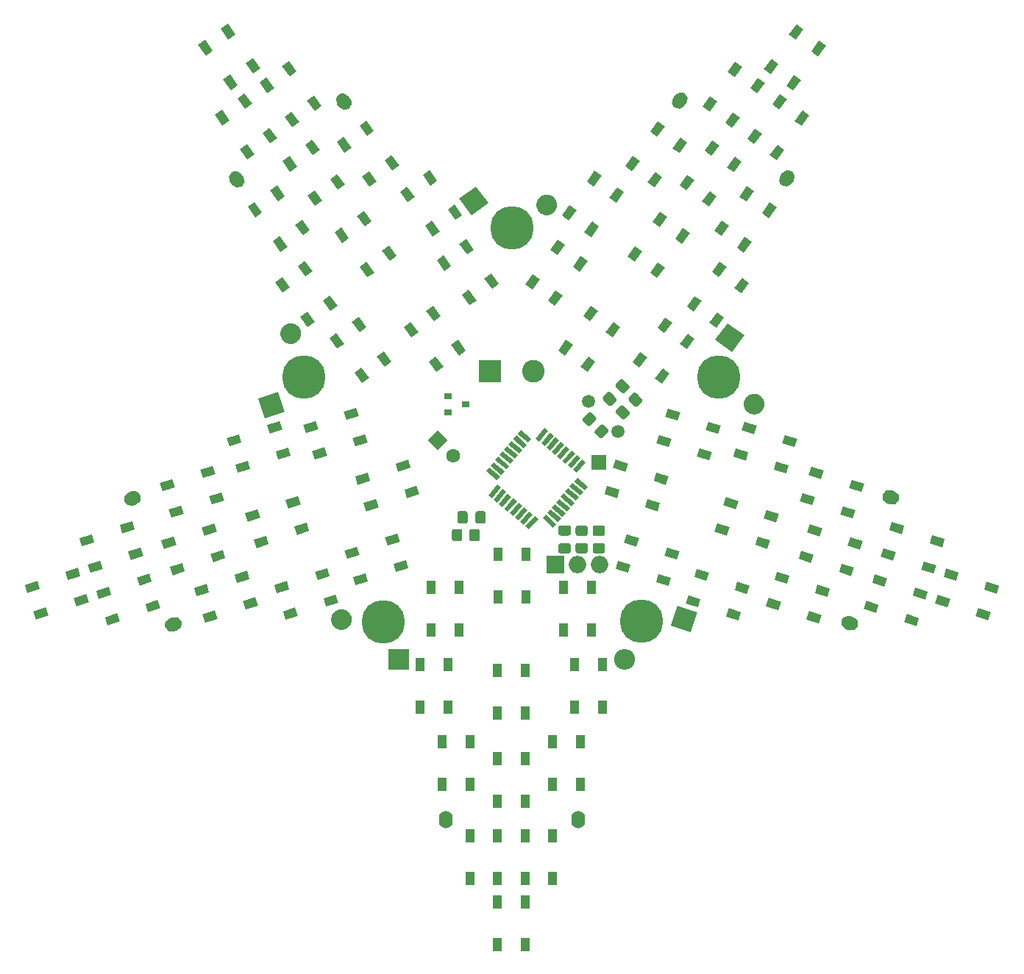
<source format=gbr>
%TF.GenerationSoftware,KiCad,Pcbnew,(5.1.8)-1*%
%TF.CreationDate,2021-10-28T00:16:18+03:00*%
%TF.ProjectId,StarDuino,53746172-4475-4696-9e6f-2e6b69636164,rev?*%
%TF.SameCoordinates,Original*%
%TF.FileFunction,Soldermask,Top*%
%TF.FilePolarity,Negative*%
%FSLAX46Y46*%
G04 Gerber Fmt 4.6, Leading zero omitted, Abs format (unit mm)*
G04 Created by KiCad (PCBNEW (5.1.8)-1) date 2021-10-28 00:16:18*
%MOMM*%
%LPD*%
G01*
G04 APERTURE LIST*
%ADD10O,2.400000X2.400000*%
%ADD11R,2.400000X2.400000*%
%ADD12C,0.100000*%
%ADD13R,1.700000X1.700000*%
%ADD14C,0.800000*%
%ADD15C,5.000000*%
%ADD16O,2.000000X2.000000*%
%ADD17R,2.000000X2.000000*%
%ADD18C,1.600000*%
%ADD19R,2.600000X2.600000*%
%ADD20C,2.600000*%
%ADD21R,0.900000X0.800000*%
%ADD22R,1.000000X1.500000*%
%ADD23C,1.500000*%
%ADD24O,1.600000X2.000000*%
G04 APERTURE END LIST*
D10*
%TO.C,C10*%
X117694000Y-115443000D03*
D11*
X91694000Y-115443000D03*
%TD*%
%TO.C,C9*%
G36*
G01*
X84752622Y-109692201D02*
X84752622Y-109692201D01*
G75*
G02*
X86264710Y-110462649I370820J-1141268D01*
G01*
X86264710Y-110462649D01*
G75*
G02*
X85494262Y-111974737I-1141268J-370820D01*
G01*
X85494262Y-111974737D01*
G75*
G02*
X83982174Y-111204289I-370820J1141268D01*
G01*
X83982174Y-111204289D01*
G75*
G02*
X84752622Y-109692201I1141268J370820D01*
G01*
G37*
D12*
G36*
X75576912Y-85335553D02*
G01*
X77859447Y-84593912D01*
X78601088Y-86876447D01*
X76318553Y-87618088D01*
X75576912Y-85335553D01*
G37*
%TD*%
%TO.C,C8*%
G36*
G01*
X109730378Y-63781925D02*
X109730378Y-63781925D01*
G75*
G02*
X108054216Y-64047403I-970820J705342D01*
G01*
X108054216Y-64047403D01*
G75*
G02*
X107788738Y-62371241I705342J970820D01*
G01*
X107788738Y-62371241D01*
G75*
G02*
X109464900Y-62105763I970820J-705342D01*
G01*
X109464900Y-62105763D01*
G75*
G02*
X109730378Y-63781925I-705342J-970820D01*
G01*
G37*
G36*
X131470163Y-78093522D02*
G01*
X130059478Y-80035163D01*
X128117837Y-78624478D01*
X129528522Y-76682837D01*
X131470163Y-78093522D01*
G37*
%TD*%
%TO.C,C7*%
G36*
G01*
X132250622Y-87157799D02*
X132250622Y-87157799D01*
G75*
G02*
X131480174Y-85645711I370820J1141268D01*
G01*
X131480174Y-85645711D01*
G75*
G02*
X132992262Y-84875263I1141268J-370820D01*
G01*
X132992262Y-84875263D01*
G75*
G02*
X133762710Y-86387351I-370820J-1141268D01*
G01*
X133762710Y-86387351D01*
G75*
G02*
X132250622Y-87157799I-1141268J370820D01*
G01*
G37*
G36*
X125357447Y-112256088D02*
G01*
X123074912Y-111514447D01*
X123816553Y-109231912D01*
X126099088Y-109973553D01*
X125357447Y-112256088D01*
G37*
%TD*%
D13*
%TO.C,J3*%
X114744500Y-92710000D03*
%TD*%
%TO.C,C6*%
G36*
G01*
X80266378Y-77188075D02*
X80266378Y-77188075D01*
G75*
G02*
X80000900Y-78864237I-970820J-705342D01*
G01*
X80000900Y-78864237D01*
G75*
G02*
X78324738Y-78598759I-705342J970820D01*
G01*
X78324738Y-78598759D01*
G75*
G02*
X78590216Y-76922597I970820J705342D01*
G01*
X78590216Y-76922597D01*
G75*
G02*
X80266378Y-77188075I705342J-970820D01*
G01*
G37*
D12*
G36*
X100595478Y-60934837D02*
G01*
X102006163Y-62876478D01*
X100064522Y-64287163D01*
X98653837Y-62345522D01*
X100595478Y-60934837D01*
G37*
%TD*%
%TO.C,R4*%
G36*
G01*
X115194501Y-101200000D02*
X114294499Y-101200000D01*
G75*
G02*
X114044500Y-100950001I0J249999D01*
G01*
X114044500Y-100249999D01*
G75*
G02*
X114294499Y-100000000I249999J0D01*
G01*
X115194501Y-100000000D01*
G75*
G02*
X115444500Y-100249999I0J-249999D01*
G01*
X115444500Y-100950001D01*
G75*
G02*
X115194501Y-101200000I-249999J0D01*
G01*
G37*
G36*
G01*
X115194501Y-103200000D02*
X114294499Y-103200000D01*
G75*
G02*
X114044500Y-102950001I0J249999D01*
G01*
X114044500Y-102249999D01*
G75*
G02*
X114294499Y-102000000I249999J0D01*
G01*
X115194501Y-102000000D01*
G75*
G02*
X115444500Y-102249999I0J-249999D01*
G01*
X115444500Y-102950001D01*
G75*
G02*
X115194501Y-103200000I-249999J0D01*
G01*
G37*
%TD*%
%TO.C,R3*%
G36*
G01*
X113226001Y-101200000D02*
X112325999Y-101200000D01*
G75*
G02*
X112076000Y-100950001I0J249999D01*
G01*
X112076000Y-100249999D01*
G75*
G02*
X112325999Y-100000000I249999J0D01*
G01*
X113226001Y-100000000D01*
G75*
G02*
X113476000Y-100249999I0J-249999D01*
G01*
X113476000Y-100950001D01*
G75*
G02*
X113226001Y-101200000I-249999J0D01*
G01*
G37*
G36*
G01*
X113226001Y-103200000D02*
X112325999Y-103200000D01*
G75*
G02*
X112076000Y-102950001I0J249999D01*
G01*
X112076000Y-102249999D01*
G75*
G02*
X112325999Y-102000000I249999J0D01*
G01*
X113226001Y-102000000D01*
G75*
G02*
X113476000Y-102249999I0J-249999D01*
G01*
X113476000Y-102950001D01*
G75*
G02*
X113226001Y-103200000I-249999J0D01*
G01*
G37*
%TD*%
D14*
%TO.C,H10*%
X82097825Y-81541675D03*
X80772000Y-80992500D03*
X79446175Y-81541675D03*
X78897000Y-82867500D03*
X79446175Y-84193325D03*
X80772000Y-84742500D03*
X82097825Y-84193325D03*
X82647000Y-82867500D03*
D15*
X80772000Y-82867500D03*
%TD*%
D14*
%TO.C,H9*%
X106075770Y-64396675D03*
X104749945Y-63847500D03*
X103424120Y-64396675D03*
X102874945Y-65722500D03*
X103424120Y-67048325D03*
X104749945Y-67597500D03*
X106075770Y-67048325D03*
X106624945Y-65722500D03*
D15*
X104749945Y-65722500D03*
%TD*%
D14*
%TO.C,H8*%
X91241825Y-109799175D03*
X89916000Y-109250000D03*
X88590175Y-109799175D03*
X88041000Y-111125000D03*
X88590175Y-112450825D03*
X89916000Y-113000000D03*
X91241825Y-112450825D03*
X91791000Y-111125000D03*
D15*
X89916000Y-111125000D03*
%TD*%
D14*
%TO.C,H7*%
X120959825Y-109672175D03*
X119634000Y-109123000D03*
X118308175Y-109672175D03*
X117759000Y-110998000D03*
X118308175Y-112323825D03*
X119634000Y-112873000D03*
X120959825Y-112323825D03*
X121509000Y-110998000D03*
D15*
X119634000Y-110998000D03*
%TD*%
D14*
%TO.C,H6*%
X129849825Y-81605175D03*
X128524000Y-81056000D03*
X127198175Y-81605175D03*
X126649000Y-82931000D03*
X127198175Y-84256825D03*
X128524000Y-84806000D03*
X129849825Y-84256825D03*
X130399000Y-82931000D03*
D15*
X128524000Y-82931000D03*
%TD*%
%TO.C,C5*%
G36*
G01*
X111282500Y-101150000D02*
X110332500Y-101150000D01*
G75*
G02*
X110082500Y-100900000I0J250000D01*
G01*
X110082500Y-100225000D01*
G75*
G02*
X110332500Y-99975000I250000J0D01*
G01*
X111282500Y-99975000D01*
G75*
G02*
X111532500Y-100225000I0J-250000D01*
G01*
X111532500Y-100900000D01*
G75*
G02*
X111282500Y-101150000I-250000J0D01*
G01*
G37*
G36*
G01*
X111282500Y-103225000D02*
X110332500Y-103225000D01*
G75*
G02*
X110082500Y-102975000I0J250000D01*
G01*
X110082500Y-102300000D01*
G75*
G02*
X110332500Y-102050000I250000J0D01*
G01*
X111282500Y-102050000D01*
G75*
G02*
X111532500Y-102300000I0J-250000D01*
G01*
X111532500Y-102975000D01*
G75*
G02*
X111282500Y-103225000I-250000J0D01*
G01*
G37*
%TD*%
D16*
%TO.C,J2*%
X114807999Y-104521000D03*
X112268000Y-104521000D03*
D17*
X109728000Y-104521000D03*
%TD*%
%TO.C,R1*%
G36*
G01*
X114390249Y-87845851D02*
X113753851Y-88482249D01*
G75*
G02*
X113400299Y-88482249I-176776J176776D01*
G01*
X112905323Y-87987273D01*
G75*
G02*
X112905323Y-87633721I176776J176776D01*
G01*
X113541721Y-86997323D01*
G75*
G02*
X113895273Y-86997323I176776J-176776D01*
G01*
X114390249Y-87492299D01*
G75*
G02*
X114390249Y-87845851I-176776J-176776D01*
G01*
G37*
G36*
G01*
X115804463Y-89260065D02*
X115168065Y-89896463D01*
G75*
G02*
X114814513Y-89896463I-176776J176776D01*
G01*
X114319537Y-89401487D01*
G75*
G02*
X114319537Y-89047935I176776J176776D01*
G01*
X114955935Y-88411537D01*
G75*
G02*
X115309487Y-88411537I176776J-176776D01*
G01*
X115804463Y-88906513D01*
G75*
G02*
X115804463Y-89260065I-176776J-176776D01*
G01*
G37*
%TD*%
%TO.C,C4*%
G36*
G01*
X99647500Y-98585000D02*
X99647500Y-99535000D01*
G75*
G02*
X99397500Y-99785000I-250000J0D01*
G01*
X98722500Y-99785000D01*
G75*
G02*
X98472500Y-99535000I0J250000D01*
G01*
X98472500Y-98585000D01*
G75*
G02*
X98722500Y-98335000I250000J0D01*
G01*
X99397500Y-98335000D01*
G75*
G02*
X99647500Y-98585000I0J-250000D01*
G01*
G37*
G36*
G01*
X101722500Y-98585000D02*
X101722500Y-99535000D01*
G75*
G02*
X101472500Y-99785000I-250000J0D01*
G01*
X100797500Y-99785000D01*
G75*
G02*
X100547500Y-99535000I0J250000D01*
G01*
X100547500Y-98585000D01*
G75*
G02*
X100797500Y-98335000I250000J0D01*
G01*
X101472500Y-98335000D01*
G75*
G02*
X101722500Y-98585000I0J-250000D01*
G01*
G37*
%TD*%
D12*
%TO.C,D30*%
G36*
X81221544Y-61992525D02*
G01*
X82030561Y-61404740D01*
X82912238Y-62618265D01*
X82103221Y-63206050D01*
X81221544Y-61992525D01*
G37*
G36*
X83810398Y-60111612D02*
G01*
X84619415Y-59523827D01*
X85501092Y-60737352D01*
X84692075Y-61325137D01*
X83810398Y-60111612D01*
G37*
G36*
X78341396Y-58028342D02*
G01*
X79150413Y-57440557D01*
X80032090Y-58654082D01*
X79223073Y-59241867D01*
X78341396Y-58028342D01*
G37*
G36*
X80930250Y-56147429D02*
G01*
X81739267Y-55559644D01*
X82620944Y-56773169D01*
X81811927Y-57360954D01*
X80930250Y-56147429D01*
G37*
%TD*%
%TO.C,C1*%
G36*
G01*
X117395450Y-84698301D02*
X116723699Y-84026550D01*
G75*
G02*
X116723699Y-83672996I176777J176777D01*
G01*
X117200996Y-83195699D01*
G75*
G02*
X117554550Y-83195699I176777J-176777D01*
G01*
X118226301Y-83867450D01*
G75*
G02*
X118226301Y-84221004I-176777J-176777D01*
G01*
X117749004Y-84698301D01*
G75*
G02*
X117395450Y-84698301I-176777J176777D01*
G01*
G37*
G36*
G01*
X115928204Y-86165547D02*
X115256453Y-85493796D01*
G75*
G02*
X115256453Y-85140242I176777J176777D01*
G01*
X115733750Y-84662945D01*
G75*
G02*
X116087304Y-84662945I176777J-176777D01*
G01*
X116759055Y-85334696D01*
G75*
G02*
X116759055Y-85688250I-176777J-176777D01*
G01*
X116281758Y-86165547D01*
G75*
G02*
X115928204Y-86165547I-176777J176777D01*
G01*
G37*
%TD*%
%TO.C,C2*%
G36*
G01*
X117423827Y-87717924D02*
X116752076Y-87046173D01*
G75*
G02*
X116752076Y-86692619I176777J176777D01*
G01*
X117229373Y-86215322D01*
G75*
G02*
X117582927Y-86215322I176777J-176777D01*
G01*
X118254678Y-86887073D01*
G75*
G02*
X118254678Y-87240627I-176777J-176777D01*
G01*
X117777381Y-87717924D01*
G75*
G02*
X117423827Y-87717924I-176777J176777D01*
G01*
G37*
G36*
G01*
X118891073Y-86250678D02*
X118219322Y-85578927D01*
G75*
G02*
X118219322Y-85225373I176777J176777D01*
G01*
X118696619Y-84748076D01*
G75*
G02*
X119050173Y-84748076I176777J-176777D01*
G01*
X119721924Y-85419827D01*
G75*
G02*
X119721924Y-85773381I-176777J-176777D01*
G01*
X119244627Y-86250678D01*
G75*
G02*
X118891073Y-86250678I-176777J176777D01*
G01*
G37*
%TD*%
%TO.C,C3*%
G36*
X95071129Y-90170000D02*
G01*
X96202500Y-89038629D01*
X97333871Y-90170000D01*
X96202500Y-91301371D01*
X95071129Y-90170000D01*
G37*
D18*
X97970267Y-91937767D03*
%TD*%
D19*
%TO.C,J1*%
X102235000Y-82232500D03*
D20*
X107235000Y-82232500D03*
%TD*%
D21*
%TO.C,Q1*%
X97425000Y-85092500D03*
X97425000Y-86992500D03*
X99425000Y-86042500D03*
%TD*%
D12*
%TO.C,U1*%
G36*
X112812840Y-92369514D02*
G01*
X113234164Y-92723047D01*
X112205704Y-93948718D01*
X111784380Y-93595185D01*
X112812840Y-92369514D01*
G37*
G36*
X112200004Y-91855284D02*
G01*
X112621328Y-92208817D01*
X111592868Y-93434488D01*
X111171544Y-93080955D01*
X112200004Y-91855284D01*
G37*
G36*
X111587169Y-91341054D02*
G01*
X112008493Y-91694587D01*
X110980033Y-92920258D01*
X110558709Y-92566725D01*
X111587169Y-91341054D01*
G37*
G36*
X110974333Y-90826824D02*
G01*
X111395657Y-91180357D01*
X110367197Y-92406028D01*
X109945873Y-92052495D01*
X110974333Y-90826824D01*
G37*
G36*
X110361498Y-90312594D02*
G01*
X110782822Y-90666127D01*
X109754362Y-91891798D01*
X109333038Y-91538265D01*
X110361498Y-90312594D01*
G37*
G36*
X109748662Y-89798364D02*
G01*
X110169986Y-90151897D01*
X109141526Y-91377568D01*
X108720202Y-91024035D01*
X109748662Y-89798364D01*
G37*
G36*
X109135826Y-89284134D02*
G01*
X109557150Y-89637667D01*
X108528690Y-90863338D01*
X108107366Y-90509805D01*
X109135826Y-89284134D01*
G37*
G36*
X108522991Y-88769904D02*
G01*
X108944315Y-89123437D01*
X107915855Y-90349108D01*
X107494531Y-89995575D01*
X108522991Y-88769904D01*
G37*
G36*
X105387014Y-89434660D02*
G01*
X105740547Y-89013336D01*
X106966218Y-90041796D01*
X106612685Y-90463120D01*
X105387014Y-89434660D01*
G37*
G36*
X104872784Y-90047496D02*
G01*
X105226317Y-89626172D01*
X106451988Y-90654632D01*
X106098455Y-91075956D01*
X104872784Y-90047496D01*
G37*
G36*
X104358554Y-90660331D02*
G01*
X104712087Y-90239007D01*
X105937758Y-91267467D01*
X105584225Y-91688791D01*
X104358554Y-90660331D01*
G37*
G36*
X103844324Y-91273167D02*
G01*
X104197857Y-90851843D01*
X105423528Y-91880303D01*
X105069995Y-92301627D01*
X103844324Y-91273167D01*
G37*
G36*
X103330094Y-91886002D02*
G01*
X103683627Y-91464678D01*
X104909298Y-92493138D01*
X104555765Y-92914462D01*
X103330094Y-91886002D01*
G37*
G36*
X102815864Y-92498838D02*
G01*
X103169397Y-92077514D01*
X104395068Y-93105974D01*
X104041535Y-93527298D01*
X102815864Y-92498838D01*
G37*
G36*
X102301634Y-93111674D02*
G01*
X102655167Y-92690350D01*
X103880838Y-93718810D01*
X103527305Y-94140134D01*
X102301634Y-93111674D01*
G37*
G36*
X101787404Y-93724509D02*
G01*
X102140937Y-93303185D01*
X103366608Y-94331645D01*
X103013075Y-94752969D01*
X101787404Y-93724509D01*
G37*
G36*
X103059296Y-95281282D02*
G01*
X103480620Y-95634815D01*
X102452160Y-96860486D01*
X102030836Y-96506953D01*
X103059296Y-95281282D01*
G37*
G36*
X103672132Y-95795512D02*
G01*
X104093456Y-96149045D01*
X103064996Y-97374716D01*
X102643672Y-97021183D01*
X103672132Y-95795512D01*
G37*
G36*
X104284967Y-96309742D02*
G01*
X104706291Y-96663275D01*
X103677831Y-97888946D01*
X103256507Y-97535413D01*
X104284967Y-96309742D01*
G37*
G36*
X104897803Y-96823972D02*
G01*
X105319127Y-97177505D01*
X104290667Y-98403176D01*
X103869343Y-98049643D01*
X104897803Y-96823972D01*
G37*
G36*
X105510638Y-97338202D02*
G01*
X105931962Y-97691735D01*
X104903502Y-98917406D01*
X104482178Y-98563873D01*
X105510638Y-97338202D01*
G37*
G36*
X106123474Y-97852432D02*
G01*
X106544798Y-98205965D01*
X105516338Y-99431636D01*
X105095014Y-99078103D01*
X106123474Y-97852432D01*
G37*
G36*
X106736310Y-98366662D02*
G01*
X107157634Y-98720195D01*
X106129174Y-99945866D01*
X105707850Y-99592333D01*
X106736310Y-98366662D01*
G37*
G36*
X107349145Y-98880892D02*
G01*
X107770469Y-99234425D01*
X106742009Y-100460096D01*
X106320685Y-100106563D01*
X107349145Y-98880892D01*
G37*
G36*
X108298782Y-99188204D02*
G01*
X108652315Y-98766880D01*
X109877986Y-99795340D01*
X109524453Y-100216664D01*
X108298782Y-99188204D01*
G37*
G36*
X108813012Y-98575368D02*
G01*
X109166545Y-98154044D01*
X110392216Y-99182504D01*
X110038683Y-99603828D01*
X108813012Y-98575368D01*
G37*
G36*
X109327242Y-97962533D02*
G01*
X109680775Y-97541209D01*
X110906446Y-98569669D01*
X110552913Y-98990993D01*
X109327242Y-97962533D01*
G37*
G36*
X109841472Y-97349697D02*
G01*
X110195005Y-96928373D01*
X111420676Y-97956833D01*
X111067143Y-98378157D01*
X109841472Y-97349697D01*
G37*
G36*
X110355702Y-96736862D02*
G01*
X110709235Y-96315538D01*
X111934906Y-97343998D01*
X111581373Y-97765322D01*
X110355702Y-96736862D01*
G37*
G36*
X110869932Y-96124026D02*
G01*
X111223465Y-95702702D01*
X112449136Y-96731162D01*
X112095603Y-97152486D01*
X110869932Y-96124026D01*
G37*
G36*
X111384162Y-95511190D02*
G01*
X111737695Y-95089866D01*
X112963366Y-96118326D01*
X112609833Y-96539650D01*
X111384162Y-95511190D01*
G37*
G36*
X111898392Y-94898355D02*
G01*
X112251925Y-94477031D01*
X113477596Y-95505491D01*
X113124063Y-95926815D01*
X111898392Y-94898355D01*
G37*
%TD*%
D22*
%TO.C,D1*%
X99898744Y-140610047D03*
X103098744Y-140610047D03*
X99898744Y-135710047D03*
X103098744Y-135710047D03*
%TD*%
%TO.C,D2*%
X99923744Y-124915046D03*
X96723744Y-124915046D03*
X99923744Y-129815046D03*
X96723744Y-129815046D03*
%TD*%
%TO.C,D3*%
X94183745Y-120925046D03*
X97383745Y-120925046D03*
X94183745Y-116025046D03*
X97383745Y-116025046D03*
%TD*%
%TO.C,D4*%
X98653744Y-107135047D03*
X95453744Y-107135047D03*
X98653744Y-112035047D03*
X95453744Y-112035047D03*
%TD*%
%TO.C,D5*%
X106273743Y-143330046D03*
X103073743Y-143330046D03*
X106273743Y-148230046D03*
X103073743Y-148230046D03*
%TD*%
%TO.C,D6*%
X103073745Y-131720046D03*
X106273745Y-131720046D03*
X103073745Y-126820046D03*
X106273745Y-126820046D03*
%TD*%
%TO.C,D7*%
X106273743Y-116660046D03*
X103073743Y-116660046D03*
X106273743Y-121560046D03*
X103073743Y-121560046D03*
%TD*%
%TO.C,D8*%
X103149944Y-108237747D03*
X106349944Y-108237747D03*
X103149944Y-103337747D03*
X106349944Y-103337747D03*
%TD*%
%TO.C,D9*%
X106248744Y-140610046D03*
X109448744Y-140610046D03*
X106248744Y-135710046D03*
X109448744Y-135710046D03*
%TD*%
%TO.C,D10*%
X112623745Y-124915046D03*
X109423745Y-124915046D03*
X112623745Y-129815046D03*
X109423745Y-129815046D03*
%TD*%
%TO.C,D11*%
X111963744Y-120925046D03*
X115163744Y-120925046D03*
X111963744Y-116025046D03*
X115163744Y-116025046D03*
%TD*%
%TO.C,D12*%
X113893744Y-107135046D03*
X110693744Y-107135046D03*
X113893744Y-112035046D03*
X110693744Y-112035046D03*
%TD*%
D12*
%TO.C,D13*%
G36*
X60903875Y-103945737D02*
G01*
X60594858Y-102994680D01*
X62021443Y-102531155D01*
X62330460Y-103482212D01*
X60903875Y-103945737D01*
G37*
G36*
X59915020Y-100902356D02*
G01*
X59606003Y-99951299D01*
X61032588Y-99487774D01*
X61341605Y-100438831D01*
X59915020Y-100902356D01*
G37*
G36*
X56243698Y-105459920D02*
G01*
X55934681Y-104508863D01*
X57361266Y-104045338D01*
X57670283Y-104996395D01*
X56243698Y-105459920D01*
G37*
G36*
X55254843Y-102416539D02*
G01*
X54945826Y-101465482D01*
X56372411Y-101001957D01*
X56681428Y-101953014D01*
X55254843Y-102416539D01*
G37*
%TD*%
%TO.C,D14*%
G36*
X64544844Y-96056538D02*
G01*
X64235827Y-95105481D01*
X65662412Y-94641956D01*
X65971429Y-95593013D01*
X64544844Y-96056538D01*
G37*
G36*
X65533699Y-99099919D02*
G01*
X65224682Y-98148862D01*
X66651267Y-97685337D01*
X66960284Y-98636394D01*
X65533699Y-99099919D01*
G37*
G36*
X69205021Y-94542355D02*
G01*
X68896004Y-93591298D01*
X70322589Y-93127773D01*
X70631606Y-94078830D01*
X69205021Y-94542355D01*
G37*
G36*
X70193876Y-97585736D02*
G01*
X69884859Y-96634679D01*
X71311444Y-96171154D01*
X71620461Y-97122211D01*
X70193876Y-97585736D01*
G37*
%TD*%
%TO.C,D15*%
G36*
X77863875Y-92425737D02*
G01*
X77554858Y-91474680D01*
X78981443Y-91011155D01*
X79290460Y-91962212D01*
X77863875Y-92425737D01*
G37*
G36*
X76875020Y-89382356D02*
G01*
X76566003Y-88431299D01*
X77992588Y-87967774D01*
X78301605Y-88918831D01*
X76875020Y-89382356D01*
G37*
G36*
X73203698Y-93939920D02*
G01*
X72894681Y-92988863D01*
X74321266Y-92525338D01*
X74630283Y-93476395D01*
X73203698Y-93939920D01*
G37*
G36*
X72214843Y-90896539D02*
G01*
X71905826Y-89945482D01*
X73332411Y-89481957D01*
X73641428Y-90433014D01*
X72214843Y-90896539D01*
G37*
%TD*%
%TO.C,D16*%
G36*
X81054843Y-89356538D02*
G01*
X80745826Y-88405481D01*
X82172411Y-87941956D01*
X82481428Y-88893013D01*
X81054843Y-89356538D01*
G37*
G36*
X82043698Y-92399919D02*
G01*
X81734681Y-91448862D01*
X83161266Y-90985337D01*
X83470283Y-91936394D01*
X82043698Y-92399919D01*
G37*
G36*
X85715020Y-87842355D02*
G01*
X85406003Y-86891298D01*
X86832588Y-86427773D01*
X87141605Y-87378830D01*
X85715020Y-87842355D01*
G37*
G36*
X86703875Y-90885736D02*
G01*
X86394858Y-89934679D01*
X87821443Y-89471154D01*
X88130460Y-90422211D01*
X86703875Y-90885736D01*
G37*
%TD*%
%TO.C,D17*%
G36*
X48994843Y-107786539D02*
G01*
X48685826Y-106835482D01*
X50112411Y-106371957D01*
X50421428Y-107323014D01*
X48994843Y-107786539D01*
G37*
G36*
X49983698Y-110829920D02*
G01*
X49674681Y-109878863D01*
X51101266Y-109415338D01*
X51410283Y-110366395D01*
X49983698Y-110829920D01*
G37*
G36*
X53655020Y-106272356D02*
G01*
X53346003Y-105321299D01*
X54772588Y-104857774D01*
X55081605Y-105808831D01*
X53655020Y-106272356D01*
G37*
G36*
X54643875Y-109315737D02*
G01*
X54334858Y-108364680D01*
X55761443Y-107901155D01*
X56070460Y-108852212D01*
X54643875Y-109315737D01*
G37*
%TD*%
%TO.C,D18*%
G36*
X70343875Y-104215736D02*
G01*
X70034858Y-103264679D01*
X71461443Y-102801154D01*
X71770460Y-103752211D01*
X70343875Y-104215736D01*
G37*
G36*
X69355020Y-101172355D02*
G01*
X69046003Y-100221298D01*
X70472588Y-99757773D01*
X70781605Y-100708830D01*
X69355020Y-101172355D01*
G37*
G36*
X65683698Y-105729919D02*
G01*
X65374681Y-104778862D01*
X66801266Y-104315337D01*
X67110283Y-105266394D01*
X65683698Y-105729919D01*
G37*
G36*
X64694843Y-102686538D02*
G01*
X64385826Y-101735481D01*
X65812411Y-101271956D01*
X66121428Y-102223013D01*
X64694843Y-102686538D01*
G37*
%TD*%
%TO.C,D19*%
G36*
X74354845Y-99546538D02*
G01*
X74045828Y-98595481D01*
X75472413Y-98131956D01*
X75781430Y-99083013D01*
X74354845Y-99546538D01*
G37*
G36*
X75343700Y-102589919D02*
G01*
X75034683Y-101638862D01*
X76461268Y-101175337D01*
X76770285Y-102126394D01*
X75343700Y-102589919D01*
G37*
G36*
X79015022Y-98032355D02*
G01*
X78706005Y-97081298D01*
X80132590Y-96617773D01*
X80441607Y-97568830D01*
X79015022Y-98032355D01*
G37*
G36*
X80003877Y-101075736D02*
G01*
X79694860Y-100124679D01*
X81121445Y-99661154D01*
X81430462Y-100612211D01*
X80003877Y-101075736D01*
G37*
%TD*%
%TO.C,D20*%
G36*
X92664676Y-96845635D02*
G01*
X92355659Y-95894578D01*
X93782244Y-95431053D01*
X94091261Y-96382110D01*
X92664676Y-96845635D01*
G37*
G36*
X91675821Y-93802254D02*
G01*
X91366804Y-92851197D01*
X92793389Y-92387672D01*
X93102406Y-93338729D01*
X91675821Y-93802254D01*
G37*
G36*
X88004499Y-98359818D02*
G01*
X87695482Y-97408761D01*
X89122067Y-96945236D01*
X89431084Y-97896293D01*
X88004499Y-98359818D01*
G37*
G36*
X87015644Y-95316437D02*
G01*
X86706627Y-94365380D01*
X88133212Y-93901855D01*
X88442229Y-94852912D01*
X87015644Y-95316437D01*
G37*
%TD*%
%TO.C,D21*%
G36*
X62863875Y-109985737D02*
G01*
X62554858Y-109034680D01*
X63981443Y-108571155D01*
X64290460Y-109522212D01*
X62863875Y-109985737D01*
G37*
G36*
X61875020Y-106942356D02*
G01*
X61566003Y-105991299D01*
X62992588Y-105527774D01*
X63301605Y-106478831D01*
X61875020Y-106942356D01*
G37*
G36*
X58203698Y-111499920D02*
G01*
X57894681Y-110548863D01*
X59321266Y-110085338D01*
X59630283Y-111036395D01*
X58203698Y-111499920D01*
G37*
G36*
X57214843Y-108456539D02*
G01*
X56905826Y-107505482D01*
X58332411Y-107041957D01*
X58641428Y-107993014D01*
X57214843Y-108456539D01*
G37*
%TD*%
%TO.C,D22*%
G36*
X68464843Y-108136538D02*
G01*
X68155826Y-107185481D01*
X69582411Y-106721956D01*
X69891428Y-107673013D01*
X68464843Y-108136538D01*
G37*
G36*
X69453698Y-111179919D02*
G01*
X69144681Y-110228862D01*
X70571266Y-109765337D01*
X70880283Y-110716394D01*
X69453698Y-111179919D01*
G37*
G36*
X73125020Y-106622355D02*
G01*
X72816003Y-105671298D01*
X74242588Y-105207773D01*
X74551605Y-106158830D01*
X73125020Y-106622355D01*
G37*
G36*
X74113875Y-109665736D02*
G01*
X73804858Y-108714679D01*
X75231443Y-108251154D01*
X75540460Y-109202211D01*
X74113875Y-109665736D01*
G37*
%TD*%
%TO.C,D23*%
G36*
X83353877Y-109335737D02*
G01*
X83044860Y-108384680D01*
X84471445Y-107921155D01*
X84780462Y-108872212D01*
X83353877Y-109335737D01*
G37*
G36*
X82365022Y-106292356D02*
G01*
X82056005Y-105341299D01*
X83482590Y-104877774D01*
X83791607Y-105828831D01*
X82365022Y-106292356D01*
G37*
G36*
X78693700Y-110849920D02*
G01*
X78384683Y-109898863D01*
X79811268Y-109435338D01*
X80120285Y-110386395D01*
X78693700Y-110849920D01*
G37*
G36*
X77704845Y-107806539D02*
G01*
X77395828Y-106855482D01*
X78822413Y-106391957D01*
X79131430Y-107343014D01*
X77704845Y-107806539D01*
G37*
%TD*%
%TO.C,D24*%
G36*
X85764843Y-103846538D02*
G01*
X85455826Y-102895481D01*
X86882411Y-102431956D01*
X87191428Y-103383013D01*
X85764843Y-103846538D01*
G37*
G36*
X86753698Y-106889919D02*
G01*
X86444681Y-105938862D01*
X87871266Y-105475337D01*
X88180283Y-106426394D01*
X86753698Y-106889919D01*
G37*
G36*
X90425020Y-102332355D02*
G01*
X90116003Y-101381298D01*
X91542588Y-100917773D01*
X91851605Y-101868830D01*
X90425020Y-102332355D01*
G37*
G36*
X91413875Y-105375736D02*
G01*
X91104858Y-104424679D01*
X92531443Y-103961154D01*
X92840460Y-104912211D01*
X91413875Y-105375736D01*
G37*
%TD*%
%TO.C,D25*%
G36*
X78270250Y-47087429D02*
G01*
X79079267Y-46499644D01*
X79960944Y-47713169D01*
X79151927Y-48300954D01*
X78270250Y-47087429D01*
G37*
G36*
X75681396Y-48968342D02*
G01*
X76490413Y-48380557D01*
X77372090Y-49594082D01*
X76563073Y-50181867D01*
X75681396Y-48968342D01*
G37*
G36*
X81150398Y-51051612D02*
G01*
X81959415Y-50463827D01*
X82841092Y-51677352D01*
X82032075Y-52265137D01*
X81150398Y-51051612D01*
G37*
G36*
X78561544Y-52932525D02*
G01*
X79370561Y-52344740D01*
X80252238Y-53558265D01*
X79443221Y-54146050D01*
X78561544Y-52932525D01*
G37*
%TD*%
%TO.C,D26*%
G36*
X87481544Y-59792525D02*
G01*
X88290561Y-59204740D01*
X89172238Y-60418265D01*
X88363221Y-61006050D01*
X87481544Y-59792525D01*
G37*
G36*
X90070398Y-57911612D02*
G01*
X90879415Y-57323827D01*
X91761092Y-58537352D01*
X90952075Y-59125137D01*
X90070398Y-57911612D01*
G37*
G36*
X84601396Y-55828342D02*
G01*
X85410413Y-55240557D01*
X86292090Y-56454082D01*
X85483073Y-57041867D01*
X84601396Y-55828342D01*
G37*
G36*
X87190250Y-53947429D02*
G01*
X87999267Y-53359644D01*
X88880944Y-54573169D01*
X88071927Y-55160954D01*
X87190250Y-53947429D01*
G37*
%TD*%
%TO.C,D27*%
G36*
X94470250Y-59647428D02*
G01*
X95279267Y-59059643D01*
X96160944Y-60273168D01*
X95351927Y-60860953D01*
X94470250Y-59647428D01*
G37*
G36*
X91881396Y-61528341D02*
G01*
X92690413Y-60940556D01*
X93572090Y-62154081D01*
X92763073Y-62741866D01*
X91881396Y-61528341D01*
G37*
G36*
X97350398Y-63611611D02*
G01*
X98159415Y-63023826D01*
X99041092Y-64237351D01*
X98232075Y-64825136D01*
X97350398Y-63611611D01*
G37*
G36*
X94761544Y-65492524D02*
G01*
X95570561Y-64904739D01*
X96452238Y-66118264D01*
X95643221Y-66706049D01*
X94761544Y-65492524D01*
G37*
%TD*%
%TO.C,D28*%
G36*
X98670250Y-67587428D02*
G01*
X99479267Y-66999643D01*
X100360944Y-68213168D01*
X99551927Y-68800953D01*
X98670250Y-67587428D01*
G37*
G36*
X96081396Y-69468341D02*
G01*
X96890413Y-68880556D01*
X97772090Y-70094081D01*
X96963073Y-70681866D01*
X96081396Y-69468341D01*
G37*
G36*
X101550398Y-71551611D02*
G01*
X102359415Y-70963826D01*
X103241092Y-72177351D01*
X102432075Y-72765136D01*
X101550398Y-71551611D01*
G37*
G36*
X98961544Y-73432524D02*
G01*
X99770561Y-72844739D01*
X100652238Y-74058264D01*
X99843221Y-74646049D01*
X98961544Y-73432524D01*
G37*
%TD*%
%TO.C,D29*%
G36*
X71521543Y-48632525D02*
G01*
X72330560Y-48044740D01*
X73212237Y-49258265D01*
X72403220Y-49846050D01*
X71521543Y-48632525D01*
G37*
G36*
X74110397Y-46751612D02*
G01*
X74919414Y-46163827D01*
X75801091Y-47377352D01*
X74992074Y-47965137D01*
X74110397Y-46751612D01*
G37*
G36*
X68641395Y-44668342D02*
G01*
X69450412Y-44080557D01*
X70332089Y-45294082D01*
X69523072Y-45881867D01*
X68641395Y-44668342D01*
G37*
G36*
X71230249Y-42787429D02*
G01*
X72039266Y-42199644D01*
X72920943Y-43413169D01*
X72111926Y-44000954D01*
X71230249Y-42787429D01*
G37*
%TD*%
%TO.C,D31*%
G36*
X87191543Y-70212525D02*
G01*
X88000560Y-69624740D01*
X88882237Y-70838265D01*
X88073220Y-71426050D01*
X87191543Y-70212525D01*
G37*
G36*
X89780397Y-68331612D02*
G01*
X90589414Y-67743827D01*
X91471091Y-68957352D01*
X90662074Y-69545137D01*
X89780397Y-68331612D01*
G37*
G36*
X84311395Y-66248342D02*
G01*
X85120412Y-65660557D01*
X86002089Y-66874082D01*
X85193072Y-67461867D01*
X84311395Y-66248342D01*
G37*
G36*
X86900249Y-64367429D02*
G01*
X87709266Y-63779644D01*
X88590943Y-64993169D01*
X87781926Y-65580954D01*
X86900249Y-64367429D01*
G37*
%TD*%
%TO.C,D32*%
G36*
X94868949Y-75247329D02*
G01*
X95677966Y-74659544D01*
X96559643Y-75873069D01*
X95750626Y-76460854D01*
X94868949Y-75247329D01*
G37*
G36*
X92280095Y-77128242D02*
G01*
X93089112Y-76540457D01*
X93970789Y-77753982D01*
X93161772Y-78341767D01*
X92280095Y-77128242D01*
G37*
G36*
X97749097Y-79211512D02*
G01*
X98558114Y-78623727D01*
X99439791Y-79837252D01*
X98630774Y-80425037D01*
X97749097Y-79211512D01*
G37*
G36*
X95160243Y-81092425D02*
G01*
X95969260Y-80504640D01*
X96850937Y-81718165D01*
X96041920Y-82305950D01*
X95160243Y-81092425D01*
G37*
%TD*%
%TO.C,D33*%
G36*
X73431545Y-56662524D02*
G01*
X74240562Y-56074739D01*
X75122239Y-57288264D01*
X74313222Y-57876049D01*
X73431545Y-56662524D01*
G37*
G36*
X76020399Y-54781611D02*
G01*
X76829416Y-54193826D01*
X77711093Y-55407351D01*
X76902076Y-55995136D01*
X76020399Y-54781611D01*
G37*
G36*
X70551397Y-52698341D02*
G01*
X71360414Y-52110556D01*
X72242091Y-53324081D01*
X71433074Y-53911866D01*
X70551397Y-52698341D01*
G37*
G36*
X73140251Y-50817428D02*
G01*
X73949268Y-50229643D01*
X74830945Y-51443168D01*
X74021928Y-52030953D01*
X73140251Y-50817428D01*
G37*
%TD*%
%TO.C,D34*%
G36*
X76910249Y-61417428D02*
G01*
X77719266Y-60829643D01*
X78600943Y-62043168D01*
X77791926Y-62630953D01*
X76910249Y-61417428D01*
G37*
G36*
X74321395Y-63298341D02*
G01*
X75130412Y-62710556D01*
X76012089Y-63924081D01*
X75203072Y-64511866D01*
X74321395Y-63298341D01*
G37*
G36*
X79790397Y-65381611D02*
G01*
X80599414Y-64793826D01*
X81481091Y-66007351D01*
X80672074Y-66595136D01*
X79790397Y-65381611D01*
G37*
G36*
X77201543Y-67262524D02*
G01*
X78010560Y-66674739D01*
X78892237Y-67888264D01*
X78083220Y-68476049D01*
X77201543Y-67262524D01*
G37*
%TD*%
%TO.C,D35*%
G36*
X80371543Y-75942525D02*
G01*
X81180560Y-75354740D01*
X82062237Y-76568265D01*
X81253220Y-77156050D01*
X80371543Y-75942525D01*
G37*
G36*
X82960397Y-74061612D02*
G01*
X83769414Y-73473827D01*
X84651091Y-74687352D01*
X83842074Y-75275137D01*
X82960397Y-74061612D01*
G37*
G36*
X77491395Y-71978342D02*
G01*
X78300412Y-71390557D01*
X79182089Y-72604082D01*
X78373072Y-73191867D01*
X77491395Y-71978342D01*
G37*
G36*
X80080249Y-70097429D02*
G01*
X80889266Y-69509644D01*
X81770943Y-70723169D01*
X80961926Y-71310954D01*
X80080249Y-70097429D01*
G37*
%TD*%
%TO.C,D36*%
G36*
X86340250Y-76547428D02*
G01*
X87149267Y-75959643D01*
X88030944Y-77173168D01*
X87221927Y-77760953D01*
X86340250Y-76547428D01*
G37*
G36*
X83751396Y-78428341D02*
G01*
X84560413Y-77840556D01*
X85442090Y-79054081D01*
X84633073Y-79641866D01*
X83751396Y-78428341D01*
G37*
G36*
X89220398Y-80511611D02*
G01*
X90029415Y-79923826D01*
X90911092Y-81137351D01*
X90102075Y-81725136D01*
X89220398Y-80511611D01*
G37*
G36*
X86631544Y-82392524D02*
G01*
X87440561Y-81804739D01*
X88322238Y-83018264D01*
X87513221Y-83606049D01*
X86631544Y-82392524D01*
G37*
%TD*%
%TO.C,D37*%
G36*
X132695872Y-54270025D02*
G01*
X133504889Y-54857810D01*
X132623212Y-56071335D01*
X131814195Y-55483550D01*
X132695872Y-54270025D01*
G37*
G36*
X135284726Y-56150938D02*
G01*
X136093743Y-56738723D01*
X135212066Y-57952248D01*
X134403049Y-57364463D01*
X135284726Y-56150938D01*
G37*
G36*
X135576020Y-50305842D02*
G01*
X136385037Y-50893627D01*
X135503360Y-52107152D01*
X134694343Y-51519367D01*
X135576020Y-50305842D01*
G37*
G36*
X138164874Y-52186755D02*
G01*
X138973891Y-52774540D01*
X138092214Y-53988065D01*
X137283197Y-53400280D01*
X138164874Y-52186755D01*
G37*
%TD*%
%TO.C,D38*%
G36*
X134394875Y-62786757D02*
G01*
X135203892Y-63374542D01*
X134322215Y-64588067D01*
X133513198Y-64000282D01*
X134394875Y-62786757D01*
G37*
G36*
X131806021Y-60905844D02*
G01*
X132615038Y-61493629D01*
X131733361Y-62707154D01*
X130924344Y-62119369D01*
X131806021Y-60905844D01*
G37*
G36*
X131514727Y-66750940D02*
G01*
X132323744Y-67338725D01*
X131442067Y-68552250D01*
X130633050Y-67964465D01*
X131514727Y-66750940D01*
G37*
G36*
X128925873Y-64870027D02*
G01*
X129734890Y-65457812D01*
X128853213Y-66671337D01*
X128044196Y-66083552D01*
X128925873Y-64870027D01*
G37*
%TD*%
%TO.C,D39*%
G36*
X125755872Y-73550027D02*
G01*
X126564889Y-74137812D01*
X125683212Y-75351337D01*
X124874195Y-74763552D01*
X125755872Y-73550027D01*
G37*
G36*
X128344726Y-75430940D02*
G01*
X129153743Y-76018725D01*
X128272066Y-77232250D01*
X127463049Y-76644465D01*
X128344726Y-75430940D01*
G37*
G36*
X128636020Y-69585844D02*
G01*
X129445037Y-70173629D01*
X128563360Y-71387154D01*
X127754343Y-70799369D01*
X128636020Y-69585844D01*
G37*
G36*
X131224874Y-71466757D02*
G01*
X132033891Y-72054542D01*
X131152214Y-73268067D01*
X130343197Y-72680282D01*
X131224874Y-71466757D01*
G37*
%TD*%
%TO.C,D40*%
G36*
X124964874Y-77916756D02*
G01*
X125773891Y-78504541D01*
X124892214Y-79718066D01*
X124083197Y-79130281D01*
X124964874Y-77916756D01*
G37*
G36*
X122376020Y-76035843D02*
G01*
X123185037Y-76623628D01*
X122303360Y-77837153D01*
X121494343Y-77249368D01*
X122376020Y-76035843D01*
G37*
G36*
X122084726Y-81880939D02*
G01*
X122893743Y-82468724D01*
X122012066Y-83682249D01*
X121203049Y-83094464D01*
X122084726Y-81880939D01*
G37*
G36*
X119495872Y-80000026D02*
G01*
X120304889Y-80587811D01*
X119423212Y-81801336D01*
X118614195Y-81213551D01*
X119495872Y-80000026D01*
G37*
%TD*%
%TO.C,D41*%
G36*
X134605872Y-46240027D02*
G01*
X135414889Y-46827812D01*
X134533212Y-48041337D01*
X133724195Y-47453552D01*
X134605872Y-46240027D01*
G37*
G36*
X137194726Y-48120940D02*
G01*
X138003743Y-48708725D01*
X137122066Y-49922250D01*
X136313049Y-49334465D01*
X137194726Y-48120940D01*
G37*
G36*
X137486020Y-42275844D02*
G01*
X138295037Y-42863629D01*
X137413360Y-44077154D01*
X136604343Y-43489369D01*
X137486020Y-42275844D01*
G37*
G36*
X140074874Y-44156757D02*
G01*
X140883891Y-44744542D01*
X140002214Y-45958067D01*
X139193197Y-45370282D01*
X140074874Y-44156757D01*
G37*
%TD*%
%TO.C,D42*%
G36*
X130374876Y-57516757D02*
G01*
X131183893Y-58104542D01*
X130302216Y-59318067D01*
X129493199Y-58730282D01*
X130374876Y-57516757D01*
G37*
G36*
X127786022Y-55635844D02*
G01*
X128595039Y-56223629D01*
X127713362Y-57437154D01*
X126904345Y-56849369D01*
X127786022Y-55635844D01*
G37*
G36*
X127494728Y-61480940D02*
G01*
X128303745Y-62068725D01*
X127422068Y-63282250D01*
X126613051Y-62694465D01*
X127494728Y-61480940D01*
G37*
G36*
X124905874Y-59600027D02*
G01*
X125714891Y-60187812D01*
X124833214Y-61401337D01*
X124024197Y-60813552D01*
X124905874Y-59600027D01*
G37*
%TD*%
%TO.C,D43*%
G36*
X118935873Y-67820026D02*
G01*
X119744890Y-68407811D01*
X118863213Y-69621336D01*
X118054196Y-69033551D01*
X118935873Y-67820026D01*
G37*
G36*
X121524727Y-69700939D02*
G01*
X122333744Y-70288724D01*
X121452067Y-71502249D01*
X120643050Y-70914464D01*
X121524727Y-69700939D01*
G37*
G36*
X121816021Y-63855843D02*
G01*
X122625038Y-64443628D01*
X121743361Y-65657153D01*
X120934344Y-65069368D01*
X121816021Y-63855843D01*
G37*
G36*
X124404875Y-65736756D02*
G01*
X125213892Y-66324541D01*
X124332215Y-67538066D01*
X123523198Y-66950281D01*
X124404875Y-65736756D01*
G37*
%TD*%
%TO.C,D44*%
G36*
X116410775Y-76540457D02*
G01*
X117219792Y-77128242D01*
X116338115Y-78341767D01*
X115529098Y-77753982D01*
X116410775Y-76540457D01*
G37*
G36*
X113821921Y-74659544D02*
G01*
X114630938Y-75247329D01*
X113749261Y-76460854D01*
X112940244Y-75873069D01*
X113821921Y-74659544D01*
G37*
G36*
X113530627Y-80504640D02*
G01*
X114339644Y-81092425D01*
X113457967Y-82305950D01*
X112648950Y-81718165D01*
X113530627Y-80504640D01*
G37*
G36*
X110941773Y-78623727D02*
G01*
X111750790Y-79211512D01*
X110869113Y-80425037D01*
X110060096Y-79837252D01*
X110941773Y-78623727D01*
G37*
%TD*%
%TO.C,D45*%
G36*
X127565872Y-50540027D02*
G01*
X128374889Y-51127812D01*
X127493212Y-52341337D01*
X126684195Y-51753552D01*
X127565872Y-50540027D01*
G37*
G36*
X130154726Y-52420940D02*
G01*
X130963743Y-53008725D01*
X130082066Y-54222250D01*
X129273049Y-53634465D01*
X130154726Y-52420940D01*
G37*
G36*
X130446020Y-46575844D02*
G01*
X131255037Y-47163629D01*
X130373360Y-48377154D01*
X129564343Y-47789369D01*
X130446020Y-46575844D01*
G37*
G36*
X133034874Y-48456757D02*
G01*
X133843891Y-49044542D01*
X132962214Y-50258067D01*
X132153197Y-49670282D01*
X133034874Y-48456757D01*
G37*
%TD*%
%TO.C,D46*%
G36*
X124114875Y-55316756D02*
G01*
X124923892Y-55904541D01*
X124042215Y-57118066D01*
X123233198Y-56530281D01*
X124114875Y-55316756D01*
G37*
G36*
X121526021Y-53435843D02*
G01*
X122335038Y-54023628D01*
X121453361Y-55237153D01*
X120644344Y-54649368D01*
X121526021Y-53435843D01*
G37*
G36*
X121234727Y-59280939D02*
G01*
X122043744Y-59868724D01*
X121162067Y-61082249D01*
X120353050Y-60494464D01*
X121234727Y-59280939D01*
G37*
G36*
X118645873Y-57400026D02*
G01*
X119454890Y-57987811D01*
X118573213Y-59201336D01*
X117764196Y-58613551D01*
X118645873Y-57400026D01*
G37*
%TD*%
%TO.C,D47*%
G36*
X116834874Y-61016757D02*
G01*
X117643891Y-61604542D01*
X116762214Y-62818067D01*
X115953197Y-62230282D01*
X116834874Y-61016757D01*
G37*
G36*
X114246020Y-59135844D02*
G01*
X115055037Y-59723629D01*
X114173360Y-60937154D01*
X113364343Y-60349369D01*
X114246020Y-59135844D01*
G37*
G36*
X113954726Y-64980940D02*
G01*
X114763743Y-65568725D01*
X113882066Y-66782250D01*
X113073049Y-66194465D01*
X113954726Y-64980940D01*
G37*
G36*
X111365872Y-63100027D02*
G01*
X112174889Y-63687812D01*
X111293212Y-64901337D01*
X110484195Y-64313552D01*
X111365872Y-63100027D01*
G37*
%TD*%
%TO.C,D48*%
G36*
X112634875Y-68956757D02*
G01*
X113443892Y-69544542D01*
X112562215Y-70758067D01*
X111753198Y-70170282D01*
X112634875Y-68956757D01*
G37*
G36*
X110046021Y-67075844D02*
G01*
X110855038Y-67663629D01*
X109973361Y-68877154D01*
X109164344Y-68289369D01*
X110046021Y-67075844D01*
G37*
G36*
X109754727Y-72920940D02*
G01*
X110563744Y-73508725D01*
X109682067Y-74722250D01*
X108873050Y-74134465D01*
X109754727Y-72920940D01*
G37*
G36*
X107165873Y-71040027D02*
G01*
X107974890Y-71627812D01*
X107093213Y-72841337D01*
X106284196Y-72253552D01*
X107165873Y-71040027D01*
G37*
%TD*%
%TO.C,D49*%
G36*
X147946583Y-106080199D02*
G01*
X147637566Y-107031256D01*
X146210981Y-106567731D01*
X146519998Y-105616674D01*
X147946583Y-106080199D01*
G37*
G36*
X146957728Y-109123580D02*
G01*
X146648711Y-110074637D01*
X145222126Y-109611112D01*
X145531143Y-108660055D01*
X146957728Y-109123580D01*
G37*
G36*
X152606760Y-107594382D02*
G01*
X152297743Y-108545439D01*
X150871158Y-108081914D01*
X151180175Y-107130857D01*
X152606760Y-107594382D01*
G37*
G36*
X151617905Y-110637763D02*
G01*
X151308888Y-111588820D01*
X149882303Y-111125295D01*
X150191320Y-110174238D01*
X151617905Y-110637763D01*
G37*
%TD*%
%TO.C,D50*%
G36*
X140367906Y-110317763D02*
G01*
X140058889Y-111268820D01*
X138632304Y-110805295D01*
X138941321Y-109854238D01*
X140367906Y-110317763D01*
G37*
G36*
X141356761Y-107274382D02*
G01*
X141047744Y-108225439D01*
X139621159Y-107761914D01*
X139930176Y-106810857D01*
X141356761Y-107274382D01*
G37*
G36*
X135707729Y-108803580D02*
G01*
X135398712Y-109754637D01*
X133972127Y-109291112D01*
X134281144Y-108340055D01*
X135707729Y-108803580D01*
G37*
G36*
X136696584Y-105760199D02*
G01*
X136387567Y-106711256D01*
X134960982Y-106247731D01*
X135269999Y-105296674D01*
X136696584Y-105760199D01*
G37*
%TD*%
%TO.C,D51*%
G36*
X127456582Y-105430199D02*
G01*
X127147565Y-106381256D01*
X125720980Y-105917731D01*
X126029997Y-104966674D01*
X127456582Y-105430199D01*
G37*
G36*
X126467727Y-108473580D02*
G01*
X126158710Y-109424637D01*
X124732125Y-108961112D01*
X125041142Y-108010055D01*
X126467727Y-108473580D01*
G37*
G36*
X132116759Y-106944382D02*
G01*
X131807742Y-107895439D01*
X130381157Y-107431914D01*
X130690174Y-106480857D01*
X132116759Y-106944382D01*
G37*
G36*
X131127904Y-109987763D02*
G01*
X130818887Y-110938820D01*
X129392302Y-110475295D01*
X129701319Y-109524238D01*
X131127904Y-109987763D01*
G37*
%TD*%
%TO.C,D52*%
G36*
X123067905Y-106027763D02*
G01*
X122758888Y-106978820D01*
X121332303Y-106515295D01*
X121641320Y-105564238D01*
X123067905Y-106027763D01*
G37*
G36*
X124056760Y-102984382D02*
G01*
X123747743Y-103935439D01*
X122321158Y-103471914D01*
X122630175Y-102520857D01*
X124056760Y-102984382D01*
G37*
G36*
X118407728Y-104513580D02*
G01*
X118098711Y-105464637D01*
X116672126Y-105001112D01*
X116981143Y-104050055D01*
X118407728Y-104513580D01*
G37*
G36*
X119396583Y-101470199D02*
G01*
X119087566Y-102421256D01*
X117660981Y-101957731D01*
X117969998Y-101006674D01*
X119396583Y-101470199D01*
G37*
%TD*%
%TO.C,D53*%
G36*
X156166583Y-105410199D02*
G01*
X155857566Y-106361256D01*
X154430981Y-105897731D01*
X154739998Y-104946674D01*
X156166583Y-105410199D01*
G37*
G36*
X155177728Y-108453580D02*
G01*
X154868711Y-109404637D01*
X153442126Y-108941112D01*
X153751143Y-107990055D01*
X155177728Y-108453580D01*
G37*
G36*
X160826760Y-106924382D02*
G01*
X160517743Y-107875439D01*
X159091158Y-107411914D01*
X159400175Y-106460857D01*
X160826760Y-106924382D01*
G37*
G36*
X159837905Y-109967763D02*
G01*
X159528888Y-110918820D01*
X158102303Y-110455295D01*
X158411320Y-109504238D01*
X159837905Y-109967763D01*
G37*
%TD*%
%TO.C,D54*%
G36*
X144137906Y-104867763D02*
G01*
X143828889Y-105818820D01*
X142402304Y-105355295D01*
X142711321Y-104404238D01*
X144137906Y-104867763D01*
G37*
G36*
X145126761Y-101824382D02*
G01*
X144817744Y-102775439D01*
X143391159Y-102311914D01*
X143700176Y-101360857D01*
X145126761Y-101824382D01*
G37*
G36*
X139477729Y-103353580D02*
G01*
X139168712Y-104304637D01*
X137742127Y-103841112D01*
X138051144Y-102890055D01*
X139477729Y-103353580D01*
G37*
G36*
X140466584Y-100310199D02*
G01*
X140157567Y-101261256D01*
X138730982Y-100797731D01*
X139039999Y-99846674D01*
X140466584Y-100310199D01*
G37*
%TD*%
%TO.C,D55*%
G36*
X130806584Y-97170198D02*
G01*
X130497567Y-98121255D01*
X129070982Y-97657730D01*
X129379999Y-96706673D01*
X130806584Y-97170198D01*
G37*
G36*
X129817729Y-100213579D02*
G01*
X129508712Y-101164636D01*
X128082127Y-100701111D01*
X128391144Y-99750054D01*
X129817729Y-100213579D01*
G37*
G36*
X135466761Y-98684381D02*
G01*
X135157744Y-99635438D01*
X133731159Y-99171913D01*
X134040176Y-98220856D01*
X135466761Y-98684381D01*
G37*
G36*
X134477906Y-101727762D02*
G01*
X134168889Y-102678819D01*
X132742304Y-102215294D01*
X133051321Y-101264237D01*
X134477906Y-101727762D01*
G37*
%TD*%
%TO.C,D56*%
G36*
X121804407Y-97408762D02*
G01*
X121495390Y-98359819D01*
X120068805Y-97896294D01*
X120377822Y-96945237D01*
X121804407Y-97408762D01*
G37*
G36*
X122793262Y-94365381D02*
G01*
X122484245Y-95316438D01*
X121057660Y-94852913D01*
X121366677Y-93901856D01*
X122793262Y-94365381D01*
G37*
G36*
X117144230Y-95894579D02*
G01*
X116835213Y-96845636D01*
X115408628Y-96382111D01*
X115717645Y-95431054D01*
X117144230Y-95894579D01*
G37*
G36*
X118133085Y-92851198D02*
G01*
X117824068Y-93802255D01*
X116397483Y-93338730D01*
X116706500Y-92387673D01*
X118133085Y-92851198D01*
G37*
%TD*%
%TO.C,D57*%
G36*
X149906584Y-100040198D02*
G01*
X149597567Y-100991255D01*
X148170982Y-100527730D01*
X148479999Y-99576673D01*
X149906584Y-100040198D01*
G37*
G36*
X148917729Y-103083579D02*
G01*
X148608712Y-104034636D01*
X147182127Y-103571111D01*
X147491144Y-102620054D01*
X148917729Y-103083579D01*
G37*
G36*
X154566761Y-101554381D02*
G01*
X154257744Y-102505438D01*
X152831159Y-102041913D01*
X153140176Y-101090856D01*
X154566761Y-101554381D01*
G37*
G36*
X153577906Y-104597762D02*
G01*
X153268889Y-105548819D01*
X151842304Y-105085294D01*
X152151321Y-104134237D01*
X153577906Y-104597762D01*
G37*
%TD*%
%TO.C,D58*%
G36*
X140616584Y-93680199D02*
G01*
X140307567Y-94631256D01*
X138880982Y-94167731D01*
X139189999Y-93216674D01*
X140616584Y-93680199D01*
G37*
G36*
X139627729Y-96723580D02*
G01*
X139318712Y-97674637D01*
X137892127Y-97211112D01*
X138201144Y-96260055D01*
X139627729Y-96723580D01*
G37*
G36*
X145276761Y-95194382D02*
G01*
X144967744Y-96145439D01*
X143541159Y-95681914D01*
X143850176Y-94730857D01*
X145276761Y-95194382D01*
G37*
G36*
X144287906Y-98237763D02*
G01*
X143978889Y-99188820D01*
X142552304Y-98725295D01*
X142861321Y-97774238D01*
X144287906Y-98237763D01*
G37*
%TD*%
%TO.C,D59*%
G36*
X136617906Y-93077763D02*
G01*
X136308889Y-94028820D01*
X134882304Y-93565295D01*
X135191321Y-92614238D01*
X136617906Y-93077763D01*
G37*
G36*
X137606761Y-90034382D02*
G01*
X137297744Y-90985439D01*
X135871159Y-90521914D01*
X136180176Y-89570857D01*
X137606761Y-90034382D01*
G37*
G36*
X131957729Y-91563580D02*
G01*
X131648712Y-92514637D01*
X130222127Y-92051112D01*
X130531144Y-91100055D01*
X131957729Y-91563580D01*
G37*
G36*
X132946584Y-88520199D02*
G01*
X132637567Y-89471256D01*
X131210982Y-89007731D01*
X131519999Y-88056674D01*
X132946584Y-88520199D01*
G37*
%TD*%
%TO.C,D60*%
G36*
X127777907Y-91537762D02*
G01*
X127468890Y-92488819D01*
X126042305Y-92025294D01*
X126351322Y-91074237D01*
X127777907Y-91537762D01*
G37*
G36*
X128766762Y-88494381D02*
G01*
X128457745Y-89445438D01*
X127031160Y-88981913D01*
X127340177Y-88030856D01*
X128766762Y-88494381D01*
G37*
G36*
X123117730Y-90023579D02*
G01*
X122808713Y-90974636D01*
X121382128Y-90511111D01*
X121691145Y-89560054D01*
X123117730Y-90023579D01*
G37*
G36*
X124106585Y-86980198D02*
G01*
X123797568Y-87931255D01*
X122370983Y-87467730D01*
X122680000Y-86516673D01*
X124106585Y-86980198D01*
G37*
%TD*%
D23*
%TO.C,Y1*%
X113538000Y-85725000D03*
X116988681Y-89175681D03*
%TD*%
%TO.C,R2*%
G36*
G01*
X97841000Y-101542001D02*
X97841000Y-100641999D01*
G75*
G02*
X98090999Y-100392000I249999J0D01*
G01*
X98791001Y-100392000D01*
G75*
G02*
X99041000Y-100641999I0J-249999D01*
G01*
X99041000Y-101542001D01*
G75*
G02*
X98791001Y-101792000I-249999J0D01*
G01*
X98090999Y-101792000D01*
G75*
G02*
X97841000Y-101542001I0J249999D01*
G01*
G37*
G36*
G01*
X99841000Y-101542001D02*
X99841000Y-100641999D01*
G75*
G02*
X100090999Y-100392000I249999J0D01*
G01*
X100791001Y-100392000D01*
G75*
G02*
X101041000Y-100641999I0J-249999D01*
G01*
X101041000Y-101542001D01*
G75*
G02*
X100791001Y-101792000I-249999J0D01*
G01*
X100090999Y-101792000D01*
G75*
G02*
X99841000Y-101542001I0J249999D01*
G01*
G37*
%TD*%
%TO.C,C11*%
G36*
G01*
X60639156Y-96185857D02*
X61019578Y-96062251D01*
G75*
G02*
X62027637Y-96575882I247214J-760845D01*
G01*
X62027637Y-96575882D01*
G75*
G02*
X61514006Y-97583941I-760845J-247214D01*
G01*
X61133584Y-97707547D01*
G75*
G02*
X60125525Y-97193916I-247214J760845D01*
G01*
X60125525Y-97193916D01*
G75*
G02*
X60639156Y-96185857I760845J247214D01*
G01*
G37*
G36*
G01*
X65348575Y-110679958D02*
X65728997Y-110556352D01*
G75*
G02*
X66737056Y-111069983I247214J-760845D01*
G01*
X66737056Y-111069983D01*
G75*
G02*
X66223425Y-112078042I-760845J-247214D01*
G01*
X65843003Y-112201648D01*
G75*
G02*
X64834944Y-111688017I-247214J760845D01*
G01*
X64834944Y-111688017D01*
G75*
G02*
X65348575Y-110679958I760845J247214D01*
G01*
G37*
%TD*%
%TO.C,C12*%
G36*
G01*
X124833352Y-51362425D02*
X124598238Y-51686031D01*
G75*
G02*
X123480796Y-51863017I-647214J470228D01*
G01*
X123480796Y-51863017D01*
G75*
G02*
X123303810Y-50745575I470228J647214D01*
G01*
X123538924Y-50421969D01*
G75*
G02*
X124656366Y-50244983I647214J-470228D01*
G01*
X124656366Y-50244983D01*
G75*
G02*
X124833352Y-51362425I-470228J-647214D01*
G01*
G37*
G36*
G01*
X137162771Y-60320272D02*
X136927657Y-60643878D01*
G75*
G02*
X135810215Y-60820864I-647214J470228D01*
G01*
X135810215Y-60820864D01*
G75*
G02*
X135633229Y-59703422I470228J647214D01*
G01*
X135868343Y-59379816D01*
G75*
G02*
X136985785Y-59202830I647214J-470228D01*
G01*
X136985785Y-59202830D01*
G75*
G02*
X137162771Y-60320272I-470228J-647214D01*
G01*
G37*
%TD*%
%TO.C,C13*%
G36*
G01*
X85937157Y-50548969D02*
X86172271Y-50872575D01*
G75*
G02*
X85995285Y-51990017I-647214J-470228D01*
G01*
X85995285Y-51990017D01*
G75*
G02*
X84877843Y-51813031I-470228J647214D01*
G01*
X84642729Y-51489425D01*
G75*
G02*
X84819715Y-50371983I647214J470228D01*
G01*
X84819715Y-50371983D01*
G75*
G02*
X85937157Y-50548969I470228J-647214D01*
G01*
G37*
G36*
G01*
X73607738Y-59506816D02*
X73842852Y-59830422D01*
G75*
G02*
X73665866Y-60947864I-647214J-470228D01*
G01*
X73665866Y-60947864D01*
G75*
G02*
X72548424Y-60770878I-470228J647214D01*
G01*
X72313310Y-60447272D01*
G75*
G02*
X72490296Y-59329830I647214J470228D01*
G01*
X72490296Y-59329830D01*
G75*
G02*
X73607738Y-59506816I470228J-647214D01*
G01*
G37*
%TD*%
D24*
%TO.C,C14*%
X112395000Y-133858000D03*
X97155000Y-133858000D03*
%TD*%
%TO.C,C15*%
G36*
G01*
X143579997Y-112074648D02*
X143199575Y-111951042D01*
G75*
G02*
X142685944Y-110942983I247214J760845D01*
G01*
X142685944Y-110942983D01*
G75*
G02*
X143694003Y-110429352I760845J-247214D01*
G01*
X144074425Y-110552958D01*
G75*
G02*
X144588056Y-111561017I-247214J-760845D01*
G01*
X144588056Y-111561017D01*
G75*
G02*
X143579997Y-112074648I-760845J247214D01*
G01*
G37*
G36*
G01*
X148289416Y-97580547D02*
X147908994Y-97456941D01*
G75*
G02*
X147395363Y-96448882I247214J760845D01*
G01*
X147395363Y-96448882D01*
G75*
G02*
X148403422Y-95935251I760845J-247214D01*
G01*
X148783844Y-96058857D01*
G75*
G02*
X149297475Y-97066916I-247214J-760845D01*
G01*
X149297475Y-97066916D01*
G75*
G02*
X148289416Y-97580547I-760845J247214D01*
G01*
G37*
%TD*%
M02*

</source>
